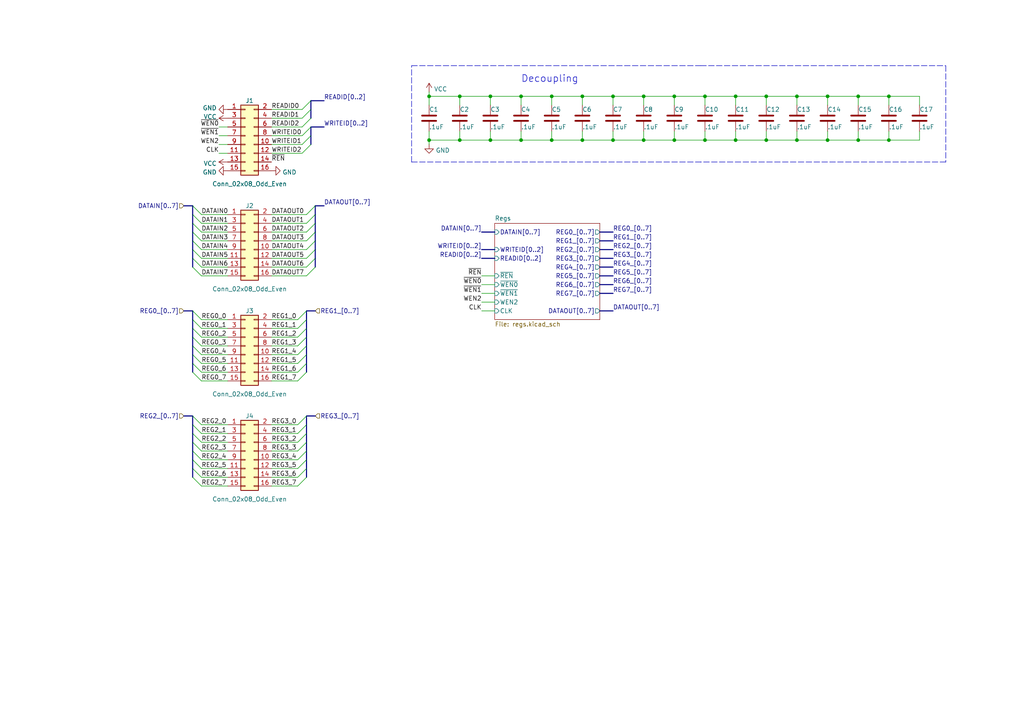
<source format=kicad_sch>
(kicad_sch (version 20211123) (generator eeschema)
  (paper "A4")
  (lib_symbols
    (symbol "Connector_Generic:Conn_02x08_Odd_Even" (pin_names (offset 1.016) hide)
      (property "Reference" "J" (at 1.27 10.16 0))
      (property "Value" "Conn_02x08_Odd_Even" (at 1.27 -12.7 0))
      (symbol "Conn_02x08_Odd_Even_1_1"
        (rectangle (start -1.27 -10.033) (end 0 -10.287) (stroke (width 0.1524)))
        (rectangle (start -1.27 -7.493) (end 0 -7.747) (stroke (width 0.1524)))
        (rectangle (start -1.27 -4.953) (end 0 -5.207) (stroke (width 0.1524)))
        (rectangle (start -1.27 -2.413) (end 0 -2.667) (stroke (width 0.1524)))
        (rectangle (start -1.27 0.127) (end 0 -0.127) (stroke (width 0.1524)))
        (rectangle (start -1.27 2.667) (end 0 2.413) (stroke (width 0.1524)))
        (rectangle (start -1.27 5.207) (end 0 4.953) (stroke (width 0.1524)))
        (rectangle (start -1.27 7.747) (end 0 7.493) (stroke (width 0.1524)))
        (rectangle (start -1.27 8.89) (end 3.81 -11.43) (stroke (width 0.254)) (fill (type background)))
        (rectangle (start 3.81 -10.033) (end 2.54 -10.287) (stroke (width 0.1524)))
        (rectangle (start 3.81 -7.493) (end 2.54 -7.747) (stroke (width 0.1524)))
        (rectangle (start 3.81 -4.953) (end 2.54 -5.207) (stroke (width 0.1524)))
        (rectangle (start 3.81 -2.413) (end 2.54 -2.667) (stroke (width 0.1524)))
        (rectangle (start 3.81 0.127) (end 2.54 -0.127) (stroke (width 0.1524)))
        (rectangle (start 3.81 2.667) (end 2.54 2.413) (stroke (width 0.1524)))
        (rectangle (start 3.81 5.207) (end 2.54 4.953) (stroke (width 0.1524)))
        (rectangle (start 3.81 7.747) (end 2.54 7.493) (stroke (width 0.1524)))
        (pin passive line (at -5.08 7.62 0) (length 3.81) (name "Pin_1") (number "1"))
        (pin passive line (at 7.62 -2.54 180) (length 3.81) (name "Pin_10") (number "10"))
        (pin passive line (at -5.08 -5.08 0) (length 3.81) (name "Pin_11") (number "11"))
        (pin passive line (at 7.62 -5.08 180) (length 3.81) (name "Pin_12") (number "12"))
        (pin passive line (at -5.08 -7.62 0) (length 3.81) (name "Pin_13") (number "13"))
        (pin passive line (at 7.62 -7.62 180) (length 3.81) (name "Pin_14") (number "14"))
        (pin passive line (at -5.08 -10.16 0) (length 3.81) (name "Pin_15") (number "15"))
        (pin passive line (at 7.62 -10.16 180) (length 3.81) (name "Pin_16") (number "16"))
        (pin passive line (at 7.62 7.62 180) (length 3.81) (name "Pin_2") (number "2"))
        (pin passive line (at -5.08 5.08 0) (length 3.81) (name "Pin_3") (number "3"))
        (pin passive line (at 7.62 5.08 180) (length 3.81) (name "Pin_4") (number "4"))
        (pin passive line (at -5.08 2.54 0) (length 3.81) (name "Pin_5") (number "5"))
        (pin passive line (at 7.62 2.54 180) (length 3.81) (name "Pin_6") (number "6"))
        (pin passive line (at -5.08 0 0) (length 3.81) (name "Pin_7") (number "7"))
        (pin passive line (at 7.62 0 180) (length 3.81) (name "Pin_8") (number "8"))
        (pin passive line (at -5.08 -2.54 0) (length 3.81) (name "Pin_9") (number "9"))
      )
    )
    (symbol "Device:C" (pin_numbers hide) (pin_names (offset 0.254))
      (property "Reference" "C" (at 0.635 2.54 0))
      (property "Value" "C" (at 0.635 -2.54 0))
      (symbol "C_0_1"
        (polyline (pts (xy -2.032 -0.762) (xy 2.032 -0.762)) (stroke (width 0.508)))
        (polyline (pts (xy -2.032 0.762) (xy 2.032 0.762)) (stroke (width 0.508)))
      )
      (symbol "C_1_1"
        (pin passive line (at 0 3.81 270) (length 2.794) (name "~") (number "1"))
        (pin passive line (at 0 -3.81 90) (length 2.794) (name "~") (number "2"))
      )
    )
    (symbol "power:GND" (power) (pin_names (offset 0))
      (property "Value" "GND" (at 0 -3.81 0))
      (symbol "GND_0_1"
        (polyline (pts (xy 0 0) (xy 0 -1.27) (xy 1.27 -1.27) (xy 0 -2.54) (xy -1.27 -1.27) (xy 0 -1.27)))
      )
      (symbol "GND_1_1"
        (pin power_in line (at 0 0 270) (length 0) hide (name "GND") (number "1"))
      )
    )
    (symbol "power:VCC" (power) (pin_names (offset 0))
      (property "Value" "VCC" (at 0 3.81 0))
      (symbol "VCC_0_1"
        (polyline (pts (xy -0.762 1.27) (xy 0 2.54)))
        (polyline (pts (xy 0 0) (xy 0 2.54)))
        (polyline (pts (xy 0 2.54) (xy 0.762 1.27)))
      )
      (symbol "VCC_1_1"
        (pin power_in line (at 0 0 90) (length 0) hide (name "VCC") (number "1"))
      )
    )
  )
  (junction (at 142.24 40.64))
  (junction (at 186.69 27.94))
  (junction (at 231.14 40.64))
  (junction (at 240.03 40.64))
  (junction (at 168.91 27.94))
  (junction (at 257.81 40.64))
  (junction (at 177.8 27.94))
  (junction (at 151.13 40.64))
  (junction (at 213.36 27.94))
  (junction (at 222.25 27.94))
  (junction (at 186.69 40.64))
  (junction (at 177.8 40.64))
  (junction (at 124.46 40.64))
  (junction (at 231.14 27.94))
  (junction (at 124.46 27.94))
  (junction (at 133.35 27.94))
  (junction (at 248.92 27.94))
  (junction (at 222.25 40.64))
  (junction (at 142.24 27.94))
  (junction (at 160.02 40.64))
  (junction (at 213.36 40.64))
  (junction (at 168.91 40.64))
  (junction (at 204.47 40.64))
  (junction (at 248.92 40.64))
  (junction (at 204.47 27.94))
  (junction (at 240.03 27.94))
  (junction (at 195.58 40.64))
  (junction (at 195.58 27.94))
  (junction (at 257.81 27.94))
  (junction (at 160.02 27.94))
  (junction (at 133.35 40.64))
  (junction (at 151.13 27.94))
  (bus_entry (at 58.42 72.39) (size -2.54 -2.54))
  (bus_entry (at 58.42 77.47) (size -2.54 -2.54))
  (bus_entry (at 86.36 95.25) (size 2.54 -2.54))
  (bus_entry (at 87.63 39.37) (size 2.54 -2.54))
  (bus_entry (at 86.36 140.97) (size 2.54 -2.54))
  (bus_entry (at 86.36 123.19) (size 2.54 -2.54))
  (bus_entry (at 58.42 92.71) (size -2.54 -2.54))
  (bus_entry (at 58.42 97.79) (size -2.54 -2.54))
  (bus_entry (at 58.42 62.23) (size -2.54 -2.54))
  (bus_entry (at 86.36 135.89) (size 2.54 -2.54))
  (bus_entry (at 86.36 110.49) (size 2.54 -2.54))
  (bus_entry (at 86.36 133.35) (size 2.54 -2.54))
  (bus_entry (at 58.42 67.31) (size -2.54 -2.54))
  (bus_entry (at 58.42 74.93) (size -2.54 -2.54))
  (bus_entry (at 58.42 95.25) (size -2.54 -2.54))
  (bus_entry (at 58.42 140.97) (size -2.54 -2.54))
  (bus_entry (at 86.36 105.41) (size 2.54 -2.54))
  (bus_entry (at 58.42 100.33) (size -2.54 -2.54))
  (bus_entry (at 87.63 34.29) (size 2.54 -2.54))
  (bus_entry (at 88.9 64.77) (size 2.54 -2.54))
  (bus_entry (at 88.9 72.39) (size 2.54 -2.54))
  (bus_entry (at 58.42 64.77) (size -2.54 -2.54))
  (bus_entry (at 87.63 41.91) (size 2.54 -2.54))
  (bus_entry (at 86.36 100.33) (size 2.54 -2.54))
  (bus_entry (at 58.42 133.35) (size -2.54 -2.54))
  (bus_entry (at 58.42 105.41) (size -2.54 -2.54))
  (bus_entry (at 88.9 67.31) (size 2.54 -2.54))
  (bus_entry (at 88.9 80.01) (size 2.54 -2.54))
  (bus_entry (at 58.42 107.95) (size -2.54 -2.54))
  (bus_entry (at 58.42 80.01) (size -2.54 -2.54))
  (bus_entry (at 86.36 138.43) (size 2.54 -2.54))
  (bus_entry (at 86.36 92.71) (size 2.54 -2.54))
  (bus_entry (at 86.36 107.95) (size 2.54 -2.54))
  (bus_entry (at 58.42 69.85) (size -2.54 -2.54))
  (bus_entry (at 88.9 77.47) (size 2.54 -2.54))
  (bus_entry (at 87.63 36.83) (size 2.54 -2.54))
  (bus_entry (at 86.36 128.27) (size 2.54 -2.54))
  (bus_entry (at 86.36 102.87) (size 2.54 -2.54))
  (bus_entry (at 58.42 138.43) (size -2.54 -2.54))
  (bus_entry (at 58.42 125.73) (size -2.54 -2.54))
  (bus_entry (at 87.63 31.75) (size 2.54 -2.54))
  (bus_entry (at 58.42 110.49) (size -2.54 -2.54))
  (bus_entry (at 88.9 69.85) (size 2.54 -2.54))
  (bus_entry (at 88.9 74.93) (size 2.54 -2.54))
  (bus_entry (at 86.36 130.81) (size 2.54 -2.54))
  (bus_entry (at 58.42 135.89) (size -2.54 -2.54))
  (bus_entry (at 86.36 125.73) (size 2.54 -2.54))
  (bus_entry (at 86.36 97.79) (size 2.54 -2.54))
  (bus_entry (at 87.63 44.45) (size 2.54 -2.54))
  (bus_entry (at 88.9 62.23) (size 2.54 -2.54))
  (bus_entry (at 58.42 102.87) (size -2.54 -2.54))
  (bus_entry (at 58.42 128.27) (size -2.54 -2.54))
  (bus_entry (at 58.42 130.81) (size -2.54 -2.54))
  (bus_entry (at 58.42 123.19) (size -2.54 -2.54))
  (wire (pts (xy 58.42 135.89) (xy 66.04 135.89)))
  (wire (pts (xy 78.74 67.31) (xy 88.9 67.31)))
  (wire (pts (xy 78.74 107.95) (xy 86.36 107.95)))
  (wire (pts (xy 160.02 40.64) (xy 168.91 40.64)))
  (bus (pts (xy 55.88 133.35) (xy 55.88 130.81)))
  (bus (pts (xy 88.9 102.87) (xy 88.9 100.33)))
  (wire (pts (xy 87.63 41.91) (xy 78.74 41.91)))
  (wire (pts (xy 222.25 27.94) (xy 231.14 27.94)))
  (polyline (pts (xy 274.32 19.05) (xy 274.32 46.99)))
  (wire (pts (xy 139.7 82.55) (xy 143.51 82.55)))
  (bus (pts (xy 91.44 64.77) (xy 91.44 62.23)))
  (wire (pts (xy 66.04 64.77) (xy 58.42 64.77)))
  (wire (pts (xy 240.03 40.64) (xy 248.92 40.64)))
  (wire (pts (xy 66.04 92.71) (xy 58.42 92.71)))
  (bus (pts (xy 55.88 77.47) (xy 55.88 74.93)))
  (polyline (pts (xy 119.38 46.99) (xy 119.38 19.05)))
  (wire (pts (xy 195.58 27.94) (xy 195.58 30.48)))
  (bus (pts (xy 90.17 39.37) (xy 90.17 36.83)))
  (bus (pts (xy 90.17 34.29) (xy 90.17 31.75)))
  (bus (pts (xy 91.44 120.65) (xy 88.9 120.65)))
  (wire (pts (xy 139.7 90.17) (xy 143.51 90.17)))
  (bus (pts (xy 173.99 90.17) (xy 177.8 90.17)))
  (wire (pts (xy 58.42 133.35) (xy 66.04 133.35)))
  (bus (pts (xy 88.9 105.41) (xy 88.9 102.87)))
  (wire (pts (xy 160.02 27.94) (xy 168.91 27.94)))
  (wire (pts (xy 213.36 40.64) (xy 222.25 40.64)))
  (wire (pts (xy 66.04 77.47) (xy 58.42 77.47)))
  (wire (pts (xy 63.5 36.83) (xy 66.04 36.83)))
  (bus (pts (xy 55.88 97.79) (xy 55.88 95.25)))
  (wire (pts (xy 66.04 72.39) (xy 58.42 72.39)))
  (wire (pts (xy 139.7 80.01) (xy 143.51 80.01)))
  (bus (pts (xy 88.9 107.95) (xy 88.9 105.41)))
  (bus (pts (xy 88.9 123.19) (xy 88.9 120.65)))
  (wire (pts (xy 168.91 27.94) (xy 168.91 30.48)))
  (wire (pts (xy 63.5 41.91) (xy 66.04 41.91)))
  (wire (pts (xy 195.58 40.64) (xy 204.47 40.64)))
  (wire (pts (xy 151.13 40.64) (xy 160.02 40.64)))
  (wire (pts (xy 266.7 27.94) (xy 266.7 30.48)))
  (wire (pts (xy 58.42 138.43) (xy 66.04 138.43)))
  (wire (pts (xy 248.92 27.94) (xy 248.92 30.48)))
  (bus (pts (xy 88.9 133.35) (xy 88.9 130.81)))
  (wire (pts (xy 78.74 80.01) (xy 88.9 80.01)))
  (bus (pts (xy 55.88 107.95) (xy 55.88 105.41)))
  (wire (pts (xy 87.63 44.45) (xy 78.74 44.45)))
  (bus (pts (xy 55.88 123.19) (xy 55.88 120.65)))
  (wire (pts (xy 78.74 128.27) (xy 86.36 128.27)))
  (bus (pts (xy 55.88 138.43) (xy 55.88 135.89)))
  (bus (pts (xy 55.88 64.77) (xy 55.88 62.23)))
  (bus (pts (xy 88.9 100.33) (xy 88.9 97.79)))
  (bus (pts (xy 91.44 74.93) (xy 91.44 72.39)))
  (wire (pts (xy 186.69 27.94) (xy 186.69 30.48)))
  (wire (pts (xy 66.04 140.97) (xy 58.42 140.97)))
  (wire (pts (xy 213.36 38.1) (xy 213.36 40.64)))
  (bus (pts (xy 55.88 72.39) (xy 55.88 69.85)))
  (wire (pts (xy 63.5 44.45) (xy 66.04 44.45)))
  (wire (pts (xy 151.13 38.1) (xy 151.13 40.64)))
  (wire (pts (xy 66.04 107.95) (xy 58.42 107.95)))
  (bus (pts (xy 55.88 128.27) (xy 55.88 125.73)))
  (wire (pts (xy 78.74 123.19) (xy 86.36 123.19)))
  (bus (pts (xy 173.99 85.09) (xy 177.8 85.09)))
  (wire (pts (xy 133.35 38.1) (xy 133.35 40.64)))
  (wire (pts (xy 240.03 38.1) (xy 240.03 40.64)))
  (bus (pts (xy 55.88 125.73) (xy 55.88 123.19)))
  (bus (pts (xy 55.88 95.25) (xy 55.88 92.71)))
  (wire (pts (xy 78.74 138.43) (xy 86.36 138.43)))
  (wire (pts (xy 66.04 69.85) (xy 58.42 69.85)))
  (bus (pts (xy 55.88 92.71) (xy 55.88 90.17)))
  (wire (pts (xy 78.74 74.93) (xy 88.9 74.93)))
  (bus (pts (xy 173.99 69.85) (xy 177.8 69.85)))
  (wire (pts (xy 78.74 72.39) (xy 88.9 72.39)))
  (wire (pts (xy 222.25 40.64) (xy 231.14 40.64)))
  (wire (pts (xy 240.03 27.94) (xy 248.92 27.94)))
  (bus (pts (xy 53.34 120.65) (xy 55.88 120.65)))
  (wire (pts (xy 266.7 38.1) (xy 266.7 40.64)))
  (wire (pts (xy 78.74 34.29) (xy 87.63 34.29)))
  (wire (pts (xy 231.14 40.64) (xy 240.03 40.64)))
  (bus (pts (xy 88.9 130.81) (xy 88.9 128.27)))
  (bus (pts (xy 55.88 135.89) (xy 55.88 133.35)))
  (wire (pts (xy 248.92 38.1) (xy 248.92 40.64)))
  (wire (pts (xy 177.8 27.94) (xy 177.8 30.48)))
  (wire (pts (xy 124.46 40.64) (xy 133.35 40.64)))
  (bus (pts (xy 55.88 69.85) (xy 55.88 67.31)))
  (polyline (pts (xy 119.38 19.05) (xy 203.2 19.05)))
  (wire (pts (xy 66.04 74.93) (xy 58.42 74.93)))
  (wire (pts (xy 78.74 135.89) (xy 86.36 135.89)))
  (bus (pts (xy 91.44 72.39) (xy 91.44 69.85)))
  (bus (pts (xy 91.44 77.47) (xy 91.44 74.93)))
  (wire (pts (xy 58.42 130.81) (xy 66.04 130.81)))
  (bus (pts (xy 173.99 82.55) (xy 177.8 82.55)))
  (wire (pts (xy 78.74 97.79) (xy 86.36 97.79)))
  (wire (pts (xy 78.74 100.33) (xy 86.36 100.33)))
  (bus (pts (xy 139.7 72.39) (xy 143.51 72.39)))
  (wire (pts (xy 66.04 80.01) (xy 58.42 80.01)))
  (bus (pts (xy 90.17 41.91) (xy 90.17 39.37)))
  (wire (pts (xy 66.04 102.87) (xy 58.42 102.87)))
  (wire (pts (xy 142.24 40.64) (xy 151.13 40.64)))
  (wire (pts (xy 63.5 39.37) (xy 66.04 39.37)))
  (wire (pts (xy 204.47 40.64) (xy 213.36 40.64)))
  (wire (pts (xy 204.47 27.94) (xy 204.47 30.48)))
  (wire (pts (xy 58.42 128.27) (xy 66.04 128.27)))
  (wire (pts (xy 195.58 38.1) (xy 195.58 40.64)))
  (wire (pts (xy 213.36 27.94) (xy 222.25 27.94)))
  (wire (pts (xy 222.25 38.1) (xy 222.25 40.64)))
  (bus (pts (xy 55.88 102.87) (xy 55.88 100.33)))
  (wire (pts (xy 78.74 31.75) (xy 87.63 31.75)))
  (bus (pts (xy 139.7 74.93) (xy 143.51 74.93)))
  (bus (pts (xy 55.88 67.31) (xy 55.88 64.77)))
  (wire (pts (xy 248.92 40.64) (xy 257.81 40.64)))
  (wire (pts (xy 124.46 27.94) (xy 124.46 30.48)))
  (bus (pts (xy 91.44 67.31) (xy 91.44 64.77)))
  (bus (pts (xy 55.88 100.33) (xy 55.88 97.79)))
  (bus (pts (xy 93.98 36.83) (xy 90.17 36.83)))
  (wire (pts (xy 257.81 27.94) (xy 257.81 30.48)))
  (wire (pts (xy 66.04 100.33) (xy 58.42 100.33)))
  (bus (pts (xy 55.88 130.81) (xy 55.88 128.27)))
  (wire (pts (xy 240.03 27.94) (xy 240.03 30.48)))
  (bus (pts (xy 88.9 92.71) (xy 88.9 90.17)))
  (wire (pts (xy 133.35 27.94) (xy 142.24 27.94)))
  (wire (pts (xy 151.13 27.94) (xy 151.13 30.48)))
  (bus (pts (xy 139.7 67.31) (xy 143.51 67.31)))
  (wire (pts (xy 231.14 27.94) (xy 231.14 30.48)))
  (wire (pts (xy 78.74 105.41) (xy 86.36 105.41)))
  (bus (pts (xy 173.99 80.01) (xy 177.8 80.01)))
  (bus (pts (xy 55.88 62.23) (xy 55.88 59.69)))
  (wire (pts (xy 78.74 69.85) (xy 88.9 69.85)))
  (wire (pts (xy 222.25 27.94) (xy 222.25 30.48)))
  (bus (pts (xy 88.9 97.79) (xy 88.9 95.25)))
  (wire (pts (xy 78.74 62.23) (xy 88.9 62.23)))
  (wire (pts (xy 177.8 27.94) (xy 186.69 27.94)))
  (polyline (pts (xy 203.2 19.05) (xy 274.32 19.05)))
  (wire (pts (xy 66.04 97.79) (xy 58.42 97.79)))
  (wire (pts (xy 124.46 40.64) (xy 124.46 41.91)))
  (bus (pts (xy 88.9 138.43) (xy 88.9 135.89)))
  (bus (pts (xy 173.99 77.47) (xy 177.8 77.47)))
  (bus (pts (xy 90.17 29.21) (xy 93.98 29.21)))
  (wire (pts (xy 78.74 133.35) (xy 86.36 133.35)))
  (wire (pts (xy 133.35 27.94) (xy 133.35 30.48)))
  (wire (pts (xy 78.74 36.83) (xy 87.63 36.83)))
  (wire (pts (xy 139.7 87.63) (xy 143.51 87.63)))
  (wire (pts (xy 58.42 123.19) (xy 66.04 123.19)))
  (bus (pts (xy 55.88 105.41) (xy 55.88 102.87)))
  (wire (pts (xy 78.74 77.47) (xy 88.9 77.47)))
  (wire (pts (xy 78.74 140.97) (xy 86.36 140.97)))
  (wire (pts (xy 78.74 102.87) (xy 86.36 102.87)))
  (wire (pts (xy 160.02 27.94) (xy 160.02 30.48)))
  (bus (pts (xy 88.9 128.27) (xy 88.9 125.73)))
  (bus (pts (xy 173.99 72.39) (xy 177.8 72.39)))
  (wire (pts (xy 160.02 38.1) (xy 160.02 40.64)))
  (bus (pts (xy 91.44 69.85) (xy 91.44 67.31)))
  (wire (pts (xy 177.8 40.64) (xy 186.69 40.64)))
  (wire (pts (xy 231.14 27.94) (xy 240.03 27.94)))
  (wire (pts (xy 66.04 105.41) (xy 58.42 105.41)))
  (wire (pts (xy 142.24 27.94) (xy 142.24 30.48)))
  (wire (pts (xy 168.91 27.94) (xy 177.8 27.94)))
  (wire (pts (xy 213.36 27.94) (xy 213.36 30.48)))
  (wire (pts (xy 78.74 110.49) (xy 86.36 110.49)))
  (bus (pts (xy 53.34 59.69) (xy 55.88 59.69)))
  (wire (pts (xy 78.74 125.73) (xy 86.36 125.73)))
  (wire (pts (xy 124.46 26.67) (xy 124.46 27.94)))
  (wire (pts (xy 204.47 27.94) (xy 213.36 27.94)))
  (wire (pts (xy 186.69 38.1) (xy 186.69 40.64)))
  (wire (pts (xy 231.14 38.1) (xy 231.14 40.64)))
  (wire (pts (xy 186.69 27.94) (xy 195.58 27.94)))
  (wire (pts (xy 186.69 40.64) (xy 195.58 40.64)))
  (bus (pts (xy 91.44 90.17) (xy 88.9 90.17)))
  (wire (pts (xy 151.13 27.94) (xy 160.02 27.94)))
  (wire (pts (xy 204.47 38.1) (xy 204.47 40.64)))
  (bus (pts (xy 93.98 59.69) (xy 91.44 59.69)))
  (wire (pts (xy 124.46 27.94) (xy 133.35 27.94)))
  (wire (pts (xy 142.24 38.1) (xy 142.24 40.64)))
  (wire (pts (xy 66.04 62.23) (xy 58.42 62.23)))
  (wire (pts (xy 257.81 38.1) (xy 257.81 40.64)))
  (polyline (pts (xy 274.32 46.99) (xy 203.2 46.99)))
  (bus (pts (xy 55.88 74.93) (xy 55.88 72.39)))
  (bus (pts (xy 88.9 95.25) (xy 88.9 92.71)))
  (wire (pts (xy 257.81 40.64) (xy 266.7 40.64)))
  (wire (pts (xy 168.91 38.1) (xy 168.91 40.64)))
  (bus (pts (xy 88.9 125.73) (xy 88.9 123.19)))
  (bus (pts (xy 88.9 135.89) (xy 88.9 133.35)))
  (bus (pts (xy 90.17 31.75) (xy 90.17 29.21)))
  (wire (pts (xy 66.04 67.31) (xy 58.42 67.31)))
  (wire (pts (xy 139.7 85.09) (xy 143.51 85.09)))
  (wire (pts (xy 133.35 40.64) (xy 142.24 40.64)))
  (wire (pts (xy 58.42 125.73) (xy 66.04 125.73)))
  (bus (pts (xy 173.99 67.31) (xy 177.8 67.31)))
  (wire (pts (xy 142.24 27.94) (xy 151.13 27.94)))
  (wire (pts (xy 177.8 38.1) (xy 177.8 40.64)))
  (wire (pts (xy 124.46 38.1) (xy 124.46 40.64)))
  (wire (pts (xy 66.04 95.25) (xy 58.42 95.25)))
  (wire (pts (xy 78.74 92.71) (xy 86.36 92.71)))
  (wire (pts (xy 78.74 64.77) (xy 88.9 64.77)))
  (bus (pts (xy 91.44 62.23) (xy 91.44 59.69)))
  (wire (pts (xy 168.91 40.64) (xy 177.8 40.64)))
  (bus (pts (xy 53.34 90.17) (xy 55.88 90.17)))
  (wire (pts (xy 248.92 27.94) (xy 257.81 27.94)))
  (polyline (pts (xy 119.38 46.99) (xy 203.2 46.99)))
  (wire (pts (xy 78.74 130.81) (xy 86.36 130.81)))
  (wire (pts (xy 66.04 110.49) (xy 58.42 110.49)))
  (wire (pts (xy 87.63 39.37) (xy 78.74 39.37)))
  (bus (pts (xy 173.99 74.93) (xy 177.8 74.93)))
  (wire (pts (xy 195.58 27.94) (xy 204.47 27.94)))
  (wire (pts (xy 257.81 27.94) (xy 266.7 27.94)))
  (wire (pts (xy 78.74 95.25) (xy 86.36 95.25)))
  (text "Decoupling" (at 151.13 24.13 0) (effects (font (size 2 2)) (justify left bottom)))
  (label "DATAOUT[0..7]" (at 93.98 59.69 0))
  (label "REG1_7" (at 78.74 110.49 0))
  (label "READID[0..2]" (at 139.7 74.93 180))
  (label "REG1_[0..7]" (at 177.8 69.85 0))
  (label "REG0_[0..7]" (at 177.8 67.31 0))
  (label "REG0_1" (at 58.42 95.25 0))
  (label "WRITEID[0..2]" (at 93.98 36.83 0))
  (label "REG1_5" (at 78.74 105.41 0))
  (label "~{WEN1}" (at 63.5 39.37 180))
  (label "~{WEN0}" (at 139.7 82.55 180))
  (label "REG2_2" (at 58.42 128.27 0))
  (label "REG3_4" (at 78.74 133.35 0))
  (label "REG7_[0..7]" (at 177.8 85.09 0))
  (label "REG3_[0..7]" (at 177.8 74.93 0))
  (label "READID0" (at 78.74 31.75 0))
  (label "DATAIN1" (at 58.42 64.77 0))
  (label "REG2_0" (at 58.42 123.19 0))
  (label "READID1" (at 78.74 34.29 0))
  (label "REG3_6" (at 78.74 138.43 0))
  (label "DATAIN2" (at 58.42 67.31 0))
  (label "DATAOUT7" (at 78.74 80.01 0))
  (label "REG0_6" (at 58.42 107.95 0))
  (label "WRITEID0" (at 78.74 39.37 0))
  (label "REG3_7" (at 78.74 140.97 0))
  (label "WRITEID[0..2]" (at 139.7 72.39 180))
  (label "REG4_[0..7]" (at 177.8 77.47 0))
  (label "DATAIN3" (at 58.42 69.85 0))
  (label "REG2_7" (at 58.42 140.97 0))
  (label "REG0_3" (at 58.42 100.33 0))
  (label "READID[0..2]" (at 93.98 29.21 0))
  (label "REG2_3" (at 58.42 130.81 0))
  (label "WEN2" (at 63.5 41.91 180))
  (label "REG0_5" (at 58.42 105.41 0))
  (label "READID2" (at 78.74 36.83 0))
  (label "DATAOUT4" (at 78.74 72.39 0))
  (label "DATAIN0" (at 58.42 62.23 0))
  (label "DATAIN5" (at 58.42 74.93 0))
  (label "REG0_4" (at 58.42 102.87 0))
  (label "~{REN}" (at 139.7 80.01 180))
  (label "REG1_6" (at 78.74 107.95 0))
  (label "REG1_2" (at 78.74 97.79 0))
  (label "~{WEN0}" (at 63.5 36.83 180))
  (label "REG2_6" (at 58.42 138.43 0))
  (label "REG0_7" (at 58.42 110.49 0))
  (label "DATAOUT0" (at 78.74 62.23 0))
  (label "REG5_[0..7]" (at 177.8 80.01 0))
  (label "DATAIN4" (at 58.42 72.39 0))
  (label "DATAIN6" (at 58.42 77.47 0))
  (label "REG0_0" (at 58.42 92.71 0))
  (label "REG6_[0..7]" (at 177.8 82.55 0))
  (label "DATAIN7" (at 58.42 80.01 0))
  (label "REG2_1" (at 58.42 125.73 0))
  (label "DATAOUT3" (at 78.74 69.85 0))
  (label "REG1_1" (at 78.74 95.25 0))
  (label "REG3_3" (at 78.74 130.81 0))
  (label "REG1_3" (at 78.74 100.33 0))
  (label "~{WEN1}" (at 139.7 85.09 180))
  (label "DATAOUT5" (at 78.74 74.93 0))
  (label "DATAOUT2" (at 78.74 67.31 0))
  (label "WRITEID1" (at 78.74 41.91 0))
  (label "REG2_4" (at 58.42 133.35 0))
  (label "DATAOUT6" (at 78.74 77.47 0))
  (label "REG2_[0..7]" (at 177.8 72.39 0))
  (label "WRITEID2" (at 78.74 44.45 0))
  (label "CLK" (at 63.5 44.45 180))
  (label "REG0_2" (at 58.42 97.79 0))
  (label "DATAOUT[0..7]" (at 177.8 90.17 0))
  (label "REG3_2" (at 78.74 128.27 0))
  (label "REG1_0" (at 78.74 92.71 0))
  (label "DATAIN[0..7]" (at 139.7 67.31 180))
  (label "WEN2" (at 139.7 87.63 180))
  (label "~{REN}" (at 78.74 46.99 0))
  (label "REG3_0" (at 78.74 123.19 0))
  (label "DATAOUT1" (at 78.74 64.77 0))
  (label "CLK" (at 139.7 90.17 180))
  (label "REG3_1" (at 78.74 125.73 0))
  (label "REG2_5" (at 58.42 135.89 0))
  (label "REG1_4" (at 78.74 102.87 0))
  (label "REG3_5" (at 78.74 135.89 0))
  (hierarchical_label "DATAIN[0..7]" (shape input) (at 53.34 59.69 180))
  (hierarchical_label "REG3_[0..7]" (shape input) (at 91.44 120.65 0))
  (hierarchical_label "REG1_[0..7]" (shape input) (at 91.44 90.17 0))
  (hierarchical_label "REG0_[0..7]" (shape input) (at 53.34 90.17 180))
  (hierarchical_label "REG2_[0..7]" (shape input) (at 53.34 120.65 180))
  (symbol (lib_id "Device:C") (at 124.46 34.29 0) (unit 1)
    (property "Reference" "C1" (at 124.46 31.75 0) (effects (justify left)))
    (property "Value" ".1uF" (at 124.46 36.83 0) (effects (justify left)))
    (property "Footprint" "Capacitor_SMD:C_1206_3216Metric_Pad1.33x1.80mm_HandSolder" (effects hide))
  )
  (symbol (lib_id "Device:C") (at 168.91 34.29 0) (unit 1)
    (property "Reference" "C6" (at 168.91 31.75 0) (effects (justify left)))
    (property "Value" ".1uF" (at 168.91 36.83 0) (effects (justify left)))
    (property "Footprint" "Capacitor_SMD:C_1206_3216Metric_Pad1.33x1.80mm_HandSolder" (effects hide))
  )
  (symbol (lib_id "Device:C") (at 240.03 34.29 0) (unit 1)
    (property "Reference" "C14" (at 240.03 31.75 0) (effects (justify left)))
    (property "Value" ".1uF" (at 240.03 36.83 0) (effects (justify left)))
    (property "Footprint" "Capacitor_SMD:C_1206_3216Metric_Pad1.33x1.80mm_HandSolder" (effects hide))
  )
  (symbol (lib_id "Device:C") (at 231.14 34.29 0) (unit 1)
    (property "Reference" "C13" (at 231.14 31.75 0) (effects (justify left)))
    (property "Value" ".1uF" (at 231.14 36.83 0) (effects (justify left)))
    (property "Footprint" "Capacitor_SMD:C_1206_3216Metric_Pad1.33x1.80mm_HandSolder" (effects hide))
  )
  (symbol (lib_id "power:VCC") (at 66.04 34.29 90) (unit 1)
    (property "Reference" "#PWR04" (effects hide))
    (property "Value" "VCC" (at 62.865 33.8562 90) (effects (justify left)))
  )
  (symbol (lib_id "Device:C") (at 195.58 34.29 0) (unit 1)
    (property "Reference" "C9" (at 195.58 31.75 0) (effects (justify left)))
    (property "Value" ".1uF" (at 195.58 36.83 0) (effects (justify left)))
    (property "Footprint" "Capacitor_SMD:C_1206_3216Metric_Pad1.33x1.80mm_HandSolder" (effects hide))
  )
  (symbol (lib_id "Device:C") (at 160.02 34.29 0) (unit 1)
    (property "Reference" "C5" (at 160.02 31.75 0) (effects (justify left)))
    (property "Value" ".1uF" (at 160.02 36.83 0) (effects (justify left)))
    (property "Footprint" "Capacitor_SMD:C_1206_3216Metric_Pad1.33x1.80mm_HandSolder" (effects hide))
  )
  (symbol (lib_id "Connector_Generic:Conn_02x08_Odd_Even") (at 71.12 130.81 0) (unit 1)
    (property "Reference" "J4" (at 72.39 120.65 0))
    (property "Value" "Conn_02x08_Odd_Even" (at 72.39 144.78 0))
    (property "Footprint" "Connector_PinSocket_2.54mm:PinSocket_2x08_P2.54mm_Horizontal" (effects hide))
  )
  (symbol (lib_id "Device:C") (at 248.92 34.29 0) (unit 1)
    (property "Reference" "C15" (at 248.92 31.75 0) (effects (justify left)))
    (property "Value" ".1uF" (at 248.92 36.83 0) (effects (justify left)))
    (property "Footprint" "Capacitor_SMD:C_1206_3216Metric_Pad1.33x1.80mm_HandSolder" (effects hide))
  )
  (symbol (lib_id "Connector_Generic:Conn_02x08_Odd_Even") (at 71.12 100.33 0) (unit 1)
    (property "Reference" "J3" (at 72.39 90.17 0))
    (property "Value" "Conn_02x08_Odd_Even" (at 72.39 114.3 0))
    (property "Footprint" "Connector_PinSocket_2.54mm:PinSocket_2x08_P2.54mm_Horizontal" (effects hide))
  )
  (symbol (lib_id "power:GND") (at 78.74 49.53 90) (mirror x) (unit 1)
    (property "Reference" "#PWR0101" (effects hide))
    (property "Value" "GND" (at 81.915 49.9638 90) (effects (justify right)))
  )
  (symbol (lib_id "Device:C") (at 151.13 34.29 0) (unit 1)
    (property "Reference" "C4" (at 151.13 31.75 0) (effects (justify left)))
    (property "Value" ".1uF" (at 151.13 36.83 0) (effects (justify left)))
    (property "Footprint" "Capacitor_SMD:C_1206_3216Metric_Pad1.33x1.80mm_HandSolder" (effects hide))
  )
  (symbol (lib_id "Device:C") (at 266.7 34.29 0) (unit 1)
    (property "Reference" "C17" (at 266.7 31.75 0) (effects (justify left)))
    (property "Value" ".1uF" (at 266.7 36.83 0) (effects (justify left)))
    (property "Footprint" "Capacitor_SMD:C_1206_3216Metric_Pad1.33x1.80mm_HandSolder" (effects hide))
  )
  (symbol (lib_id "Device:C") (at 186.69 34.29 0) (unit 1)
    (property "Reference" "C8" (at 186.69 31.75 0) (effects (justify left)))
    (property "Value" ".1uF" (at 186.69 36.83 0) (effects (justify left)))
    (property "Footprint" "Capacitor_SMD:C_1206_3216Metric_Pad1.33x1.80mm_HandSolder" (effects hide))
  )
  (symbol (lib_id "Device:C") (at 133.35 34.29 0) (unit 1)
    (property "Reference" "C2" (at 133.35 31.75 0) (effects (justify left)))
    (property "Value" ".1uF" (at 133.35 36.83 0) (effects (justify left)))
    (property "Footprint" "Capacitor_SMD:C_1206_3216Metric_Pad1.33x1.80mm_HandSolder" (effects hide))
  )
  (symbol (lib_id "power:GND") (at 124.46 41.91 0) (unit 1)
    (property "Reference" "#PWR08" (effects hide))
    (property "Value" "GND" (at 126.365 43.6138 0) (effects (justify left)))
  )
  (symbol (lib_id "Device:C") (at 222.25 34.29 0) (unit 1)
    (property "Reference" "C12" (at 222.25 31.75 0) (effects (justify left)))
    (property "Value" ".1uF" (at 222.25 36.83 0) (effects (justify left)))
    (property "Footprint" "Capacitor_SMD:C_1206_3216Metric_Pad1.33x1.80mm_HandSolder" (effects hide))
  )
  (symbol (lib_id "power:VCC") (at 124.46 26.67 0) (unit 1)
    (property "Reference" "#PWR07" (effects hide))
    (property "Value" "VCC" (at 125.857 25.8338 0) (effects (justify left)))
  )
  (symbol (lib_id "Device:C") (at 213.36 34.29 0) (unit 1)
    (property "Reference" "C11" (at 213.36 31.75 0) (effects (justify left)))
    (property "Value" ".1uF" (at 213.36 36.83 0) (effects (justify left)))
    (property "Footprint" "Capacitor_SMD:C_1206_3216Metric_Pad1.33x1.80mm_HandSolder" (effects hide))
  )
  (symbol (lib_id "Device:C") (at 142.24 34.29 0) (unit 1)
    (property "Reference" "C3" (at 142.24 31.75 0) (effects (justify left)))
    (property "Value" ".1uF" (at 142.24 36.83 0) (effects (justify left)))
    (property "Footprint" "Capacitor_SMD:C_1206_3216Metric_Pad1.33x1.80mm_HandSolder" (effects hide))
  )
  (symbol (lib_id "power:GND") (at 66.04 49.53 270) (mirror x) (unit 1)
    (property "Reference" "#PWR06" (effects hide))
    (property "Value" "GND" (at 62.865 49.9638 90) (effects (justify right)))
  )
  (symbol (lib_id "power:GND") (at 66.04 31.75 270) (unit 1)
    (property "Reference" "#PWR03" (effects hide))
    (property "Value" "GND" (at 62.865 31.3162 90) (effects (justify right)))
  )
  (symbol (lib_id "Device:C") (at 177.8 34.29 0) (unit 1)
    (property "Reference" "C7" (at 177.8 31.75 0) (effects (justify left)))
    (property "Value" ".1uF" (at 177.8 36.83 0) (effects (justify left)))
    (property "Footprint" "Capacitor_SMD:C_1206_3216Metric_Pad1.33x1.80mm_HandSolder" (effects hide))
  )
  (symbol (lib_id "Device:C") (at 257.81 34.29 0) (unit 1)
    (property "Reference" "C16" (at 257.81 31.75 0) (effects (justify left)))
    (property "Value" ".1uF" (at 257.81 36.83 0) (effects (justify left)))
    (property "Footprint" "Capacitor_SMD:C_1206_3216Metric_Pad1.33x1.80mm_HandSolder" (effects hide))
  )
  (symbol (lib_id "Device:C") (at 204.47 34.29 0) (unit 1)
    (property "Reference" "C10" (at 204.47 31.75 0) (effects (justify left)))
    (property "Value" ".1uF" (at 204.47 36.83 0) (effects (justify left)))
    (property "Footprint" "Capacitor_SMD:C_1206_3216Metric_Pad1.33x1.80mm_HandSolder" (effects hide))
  )
  (symbol (lib_id "Connector_Generic:Conn_02x08_Odd_Even") (at 71.12 69.85 0) (unit 1)
    (property "Reference" "J2" (at 72.39 59.69 0))
    (property "Value" "Conn_02x08_Odd_Even" (at 72.39 83.82 0))
    (property "Footprint" "Connector_PinSocket_2.54mm:PinSocket_2x08_P2.54mm_Horizontal" (effects hide))
  )
  (symbol (lib_id "Connector_Generic:Conn_02x08_Odd_Even") (at 71.12 39.37 0) (unit 1)
    (property "Reference" "J1" (at 72.39 29.21 0))
    (property "Value" "Conn_02x08_Odd_Even" (at 72.39 53.34 0))
    (property "Footprint" "Connector_PinSocket_2.54mm:PinSocket_2x08_P2.54mm_Horizontal" (effects hide))
  )
  (symbol (lib_id "power:VCC") (at 66.04 46.99 90) (mirror x) (unit 1)
    (property "Reference" "#PWR05" (effects hide))
    (property "Value" "VCC" (at 62.865 47.4238 90) (effects (justify left)))
  )
  (sheet (at 143.51 64.77) (size 30.48 27.94) (stroke (width 0.1524)) (fill (color 255 255 255 1.0000))
    (property "Sheet name" "Regs" (at 143.51 64.0584 0) (effects (justify left bottom)))
    (property "Sheet file" "regs.kicad_sch" (at 143.51 93.2946 0) (effects (justify left top)))
    (pin "REG0_[0..7]" output (at 173.99 67.31 0))
    (pin "REG1_[0..7]" output (at 173.99 69.85 0))
    (pin "DATAIN[0..7]" input (at 143.51 67.31 180))
    (pin "CLK" input (at 143.51 90.17 180))
    (pin "READID[0..2]" input (at 143.51 74.93 180))
    (pin "WRITEID[0..2]" input (at 143.51 72.39 180))
    (pin "REG3_[0..7]" output (at 173.99 74.93 0))
    (pin "REG2_[0..7]" output (at 173.99 72.39 0))
    (pin "REG4_[0..7]" output (at 173.99 77.47 0))
    (pin "REG5_[0..7]" output (at 173.99 80.01 0))
    (pin "REG6_[0..7]" output (at 173.99 82.55 0))
    (pin "DATAOUT[0..7]" output (at 173.99 90.17 0))
    (pin "REG7_[0..7]" output (at 173.99 85.09 0))
    (pin "WEN2" input (at 143.51 87.63 180))
    (pin "~{WEN1}" input (at 143.51 85.09 180))
    (pin "~{WEN0}" input (at 143.51 82.55 180))
    (pin "~{REN}" input (at 143.51 80.01 180))
  )
)
</source>
